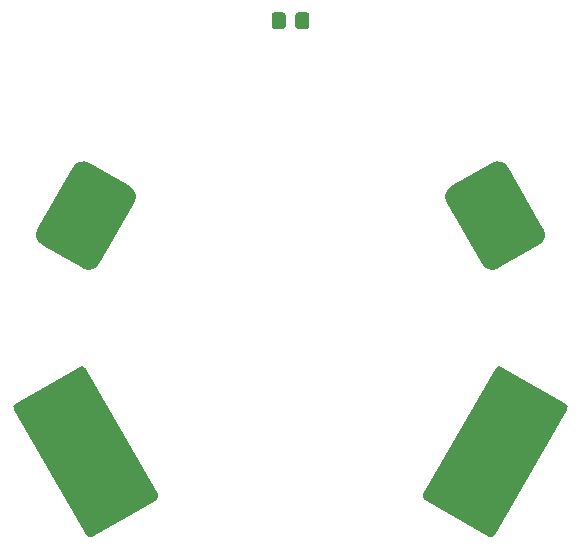
<source format=gbp>
G04 #@! TF.GenerationSoftware,KiCad,Pcbnew,5.1.9+dfsg1-1+deb11u1*
G04 #@! TF.CreationDate,2024-03-16T20:11:09+09:00*
G04 #@! TF.ProjectId,inner,696e6e65-722e-46b6-9963-61645f706362,rev?*
G04 #@! TF.SameCoordinates,Original*
G04 #@! TF.FileFunction,Paste,Bot*
G04 #@! TF.FilePolarity,Positive*
%FSLAX46Y46*%
G04 Gerber Fmt 4.6, Leading zero omitted, Abs format (unit mm)*
G04 Created by KiCad (PCBNEW 5.1.9+dfsg1-1+deb11u1) date 2024-03-16 20:11:09*
%MOMM*%
%LPD*%
G01*
G04 APERTURE LIST*
G04 APERTURE END LIST*
G36*
G01*
X168590189Y-92534899D02*
X172050827Y-90536899D01*
G75*
G02*
X173419584Y-90903656I501000J-867757D01*
G01*
X176417584Y-96096344D01*
G75*
G02*
X176050827Y-97465101I-867757J-501000D01*
G01*
X172590189Y-99463101D01*
G75*
G02*
X171221432Y-99096344I-501000J867757D01*
G01*
X168223432Y-93903656D01*
G75*
G02*
X168590189Y-92534899I867757J501000D01*
G01*
G37*
G36*
G01*
X137409811Y-99463101D02*
X133949173Y-97465101D01*
G75*
G02*
X133582416Y-96096344I501000J867757D01*
G01*
X136580416Y-90903656D01*
G75*
G02*
X137949173Y-90536899I867757J-501000D01*
G01*
X141409811Y-92534899D01*
G75*
G02*
X141776568Y-93903656I-501000J-867757D01*
G01*
X138778568Y-99096344D01*
G75*
G02*
X137409811Y-99463101I-867757J501000D01*
G01*
G37*
G36*
G01*
X172842528Y-107795835D02*
X178298488Y-110945835D01*
G75*
G02*
X178426597Y-111423944I-175000J-303109D01*
G01*
X172276597Y-122076056D01*
G75*
G02*
X171798488Y-122204165I-303109J175000D01*
G01*
X166342528Y-119054165D01*
G75*
G02*
X166214419Y-118576056I175000J303109D01*
G01*
X172364419Y-107923944D01*
G75*
G02*
X172842528Y-107795835I303109J-175000D01*
G01*
G37*
G36*
G01*
X143657472Y-119054165D02*
X138201512Y-122204165D01*
G75*
G02*
X137723403Y-122076056I-175000J303109D01*
G01*
X131573403Y-111423944D01*
G75*
G02*
X131701512Y-110945835I303109J175000D01*
G01*
X137157472Y-107795835D01*
G75*
G02*
X137635581Y-107923944I175000J-303109D01*
G01*
X143785581Y-118576056D01*
G75*
G02*
X143657472Y-119054165I-303109J-175000D01*
G01*
G37*
G36*
G01*
X156600000Y-78049999D02*
X156600000Y-78950001D01*
G75*
G02*
X156350001Y-79200000I-249999J0D01*
G01*
X155649999Y-79200000D01*
G75*
G02*
X155400000Y-78950001I0J249999D01*
G01*
X155400000Y-78049999D01*
G75*
G02*
X155649999Y-77800000I249999J0D01*
G01*
X156350001Y-77800000D01*
G75*
G02*
X156600000Y-78049999I0J-249999D01*
G01*
G37*
G36*
G01*
X154600000Y-78049999D02*
X154600000Y-78950001D01*
G75*
G02*
X154350001Y-79200000I-249999J0D01*
G01*
X153649999Y-79200000D01*
G75*
G02*
X153400000Y-78950001I0J249999D01*
G01*
X153400000Y-78049999D01*
G75*
G02*
X153649999Y-77800000I249999J0D01*
G01*
X154350001Y-77800000D01*
G75*
G02*
X154600000Y-78049999I0J-249999D01*
G01*
G37*
M02*

</source>
